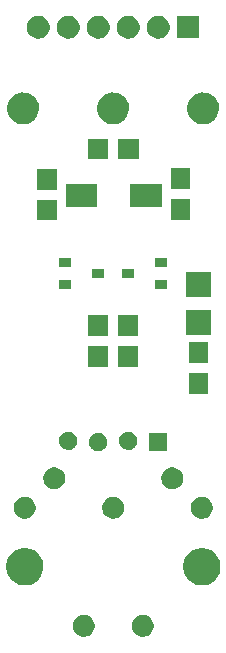
<source format=gbr>
G04 #@! TF.FileFunction,Soldermask,Top*
%FSLAX46Y46*%
G04 Gerber Fmt 4.6, Leading zero omitted, Abs format (unit mm)*
G04 Created by KiCad (PCBNEW 4.0.6) date Wed Jul 26 07:16:30 2017*
%MOMM*%
%LPD*%
G01*
G04 APERTURE LIST*
%ADD10C,0.100000*%
G04 APERTURE END LIST*
D10*
G36*
X123835286Y-122264415D02*
X124013207Y-122300937D01*
X124180658Y-122371327D01*
X124331241Y-122472897D01*
X124459229Y-122601781D01*
X124559743Y-122753069D01*
X124628962Y-122921005D01*
X124664172Y-123098827D01*
X124664172Y-123098842D01*
X124664239Y-123099181D01*
X124661342Y-123306645D01*
X124661266Y-123306979D01*
X124661266Y-123306992D01*
X124621102Y-123483772D01*
X124547226Y-123649702D01*
X124442523Y-123798127D01*
X124310985Y-123923388D01*
X124157623Y-124020716D01*
X123988279Y-124086400D01*
X123809403Y-124117941D01*
X123627804Y-124114136D01*
X123450402Y-124075132D01*
X123283955Y-124002413D01*
X123134807Y-123898753D01*
X123008631Y-123768094D01*
X122910236Y-123615413D01*
X122843368Y-123446527D01*
X122810581Y-123267880D01*
X122813116Y-123086259D01*
X122850882Y-122908588D01*
X122922435Y-122741640D01*
X123025055Y-122591768D01*
X123154829Y-122464684D01*
X123306819Y-122365225D01*
X123475231Y-122297182D01*
X123653648Y-122263147D01*
X123835286Y-122264415D01*
X123835286Y-122264415D01*
G37*
G36*
X128835286Y-122264415D02*
X129013207Y-122300937D01*
X129180658Y-122371327D01*
X129331241Y-122472897D01*
X129459229Y-122601781D01*
X129559743Y-122753069D01*
X129628962Y-122921005D01*
X129664172Y-123098827D01*
X129664172Y-123098842D01*
X129664239Y-123099181D01*
X129661342Y-123306645D01*
X129661266Y-123306979D01*
X129661266Y-123306992D01*
X129621102Y-123483772D01*
X129547226Y-123649702D01*
X129442523Y-123798127D01*
X129310985Y-123923388D01*
X129157623Y-124020716D01*
X128988279Y-124086400D01*
X128809403Y-124117941D01*
X128627804Y-124114136D01*
X128450402Y-124075132D01*
X128283955Y-124002413D01*
X128134807Y-123898753D01*
X128008631Y-123768094D01*
X127910236Y-123615413D01*
X127843368Y-123446527D01*
X127810581Y-123267880D01*
X127813116Y-123086259D01*
X127850882Y-122908588D01*
X127922435Y-122741640D01*
X128025055Y-122591768D01*
X128154829Y-122464684D01*
X128306819Y-122365225D01*
X128475231Y-122297182D01*
X128653648Y-122263147D01*
X128835286Y-122264415D01*
X128835286Y-122264415D01*
G37*
G36*
X118903559Y-116614848D02*
X119206347Y-116677002D01*
X119491310Y-116796789D01*
X119747572Y-116969640D01*
X119965380Y-117188974D01*
X120136436Y-117446436D01*
X120254229Y-117732221D01*
X120314199Y-118035096D01*
X120314268Y-118035446D01*
X120309338Y-118388506D01*
X120309261Y-118388844D01*
X120309261Y-118388853D01*
X120240856Y-118689937D01*
X120115132Y-118972318D01*
X119936950Y-119224906D01*
X119713102Y-119438074D01*
X119452113Y-119603703D01*
X119163920Y-119715485D01*
X118859512Y-119769161D01*
X118550469Y-119762687D01*
X118248569Y-119696310D01*
X117965312Y-119572558D01*
X117711494Y-119396150D01*
X117496764Y-119173790D01*
X117329318Y-118913965D01*
X117215525Y-118626558D01*
X117159727Y-118322534D01*
X117164042Y-118013454D01*
X117228310Y-117711097D01*
X117350080Y-117426985D01*
X117524717Y-117171935D01*
X117745566Y-116955663D01*
X118004219Y-116786406D01*
X118290821Y-116670610D01*
X118594451Y-116612690D01*
X118903559Y-116614848D01*
X118903559Y-116614848D01*
G37*
G36*
X133903559Y-116614848D02*
X134206347Y-116677002D01*
X134491310Y-116796789D01*
X134747572Y-116969640D01*
X134965380Y-117188974D01*
X135136436Y-117446436D01*
X135254229Y-117732221D01*
X135314199Y-118035096D01*
X135314268Y-118035446D01*
X135309338Y-118388506D01*
X135309261Y-118388844D01*
X135309261Y-118388853D01*
X135240856Y-118689937D01*
X135115132Y-118972318D01*
X134936950Y-119224906D01*
X134713102Y-119438074D01*
X134452113Y-119603703D01*
X134163920Y-119715485D01*
X133859512Y-119769161D01*
X133550469Y-119762687D01*
X133248569Y-119696310D01*
X132965312Y-119572558D01*
X132711494Y-119396150D01*
X132496764Y-119173790D01*
X132329318Y-118913965D01*
X132215525Y-118626558D01*
X132159727Y-118322534D01*
X132164042Y-118013454D01*
X132228310Y-117711097D01*
X132350080Y-117426985D01*
X132524717Y-117171935D01*
X132745566Y-116955663D01*
X133004219Y-116786406D01*
X133290821Y-116670610D01*
X133594451Y-116612690D01*
X133903559Y-116614848D01*
X133903559Y-116614848D01*
G37*
G36*
X118835286Y-112264415D02*
X119013207Y-112300937D01*
X119180658Y-112371327D01*
X119331241Y-112472897D01*
X119459229Y-112601781D01*
X119559743Y-112753069D01*
X119628962Y-112921005D01*
X119664172Y-113098827D01*
X119664172Y-113098842D01*
X119664239Y-113099181D01*
X119661342Y-113306645D01*
X119661266Y-113306979D01*
X119661266Y-113306992D01*
X119621102Y-113483772D01*
X119547226Y-113649702D01*
X119442523Y-113798127D01*
X119310985Y-113923388D01*
X119157623Y-114020716D01*
X118988279Y-114086400D01*
X118809403Y-114117941D01*
X118627804Y-114114136D01*
X118450402Y-114075132D01*
X118283955Y-114002413D01*
X118134807Y-113898753D01*
X118008631Y-113768094D01*
X117910236Y-113615413D01*
X117843368Y-113446527D01*
X117810581Y-113267880D01*
X117813116Y-113086259D01*
X117850882Y-112908588D01*
X117922435Y-112741640D01*
X118025055Y-112591768D01*
X118154829Y-112464684D01*
X118306819Y-112365225D01*
X118475231Y-112297182D01*
X118653648Y-112263147D01*
X118835286Y-112264415D01*
X118835286Y-112264415D01*
G37*
G36*
X126335286Y-112264415D02*
X126513207Y-112300937D01*
X126680658Y-112371327D01*
X126831241Y-112472897D01*
X126959229Y-112601781D01*
X127059743Y-112753069D01*
X127128962Y-112921005D01*
X127164172Y-113098827D01*
X127164172Y-113098842D01*
X127164239Y-113099181D01*
X127161342Y-113306645D01*
X127161266Y-113306979D01*
X127161266Y-113306992D01*
X127121102Y-113483772D01*
X127047226Y-113649702D01*
X126942523Y-113798127D01*
X126810985Y-113923388D01*
X126657623Y-114020716D01*
X126488279Y-114086400D01*
X126309403Y-114117941D01*
X126127804Y-114114136D01*
X125950402Y-114075132D01*
X125783955Y-114002413D01*
X125634807Y-113898753D01*
X125508631Y-113768094D01*
X125410236Y-113615413D01*
X125343368Y-113446527D01*
X125310581Y-113267880D01*
X125313116Y-113086259D01*
X125350882Y-112908588D01*
X125422435Y-112741640D01*
X125525055Y-112591768D01*
X125654829Y-112464684D01*
X125806819Y-112365225D01*
X125975231Y-112297182D01*
X126153648Y-112263147D01*
X126335286Y-112264415D01*
X126335286Y-112264415D01*
G37*
G36*
X133835286Y-112264415D02*
X134013207Y-112300937D01*
X134180658Y-112371327D01*
X134331241Y-112472897D01*
X134459229Y-112601781D01*
X134559743Y-112753069D01*
X134628962Y-112921005D01*
X134664172Y-113098827D01*
X134664172Y-113098842D01*
X134664239Y-113099181D01*
X134661342Y-113306645D01*
X134661266Y-113306979D01*
X134661266Y-113306992D01*
X134621102Y-113483772D01*
X134547226Y-113649702D01*
X134442523Y-113798127D01*
X134310985Y-113923388D01*
X134157623Y-114020716D01*
X133988279Y-114086400D01*
X133809403Y-114117941D01*
X133627804Y-114114136D01*
X133450402Y-114075132D01*
X133283955Y-114002413D01*
X133134807Y-113898753D01*
X133008631Y-113768094D01*
X132910236Y-113615413D01*
X132843368Y-113446527D01*
X132810581Y-113267880D01*
X132813116Y-113086259D01*
X132850882Y-112908588D01*
X132922435Y-112741640D01*
X133025055Y-112591768D01*
X133154829Y-112464684D01*
X133306819Y-112365225D01*
X133475231Y-112297182D01*
X133653648Y-112263147D01*
X133835286Y-112264415D01*
X133835286Y-112264415D01*
G37*
G36*
X131335286Y-109764415D02*
X131513207Y-109800937D01*
X131680658Y-109871327D01*
X131831241Y-109972897D01*
X131959229Y-110101781D01*
X132059743Y-110253069D01*
X132128962Y-110421005D01*
X132164172Y-110598827D01*
X132164172Y-110598842D01*
X132164239Y-110599181D01*
X132161342Y-110806645D01*
X132161266Y-110806979D01*
X132161266Y-110806992D01*
X132121102Y-110983772D01*
X132047226Y-111149702D01*
X131942523Y-111298127D01*
X131810985Y-111423388D01*
X131657623Y-111520716D01*
X131488279Y-111586400D01*
X131309403Y-111617941D01*
X131127804Y-111614136D01*
X130950402Y-111575132D01*
X130783955Y-111502413D01*
X130634807Y-111398753D01*
X130508631Y-111268094D01*
X130410236Y-111115413D01*
X130343368Y-110946527D01*
X130310581Y-110767880D01*
X130313116Y-110586259D01*
X130350882Y-110408588D01*
X130422435Y-110241640D01*
X130525055Y-110091768D01*
X130654829Y-109964684D01*
X130806819Y-109865225D01*
X130975231Y-109797182D01*
X131153648Y-109763147D01*
X131335286Y-109764415D01*
X131335286Y-109764415D01*
G37*
G36*
X121335286Y-109764415D02*
X121513207Y-109800937D01*
X121680658Y-109871327D01*
X121831241Y-109972897D01*
X121959229Y-110101781D01*
X122059743Y-110253069D01*
X122128962Y-110421005D01*
X122164172Y-110598827D01*
X122164172Y-110598842D01*
X122164239Y-110599181D01*
X122161342Y-110806645D01*
X122161266Y-110806979D01*
X122161266Y-110806992D01*
X122121102Y-110983772D01*
X122047226Y-111149702D01*
X121942523Y-111298127D01*
X121810985Y-111423388D01*
X121657623Y-111520716D01*
X121488279Y-111586400D01*
X121309403Y-111617941D01*
X121127804Y-111614136D01*
X120950402Y-111575132D01*
X120783955Y-111502413D01*
X120634807Y-111398753D01*
X120508631Y-111268094D01*
X120410236Y-111115413D01*
X120343368Y-110946527D01*
X120310581Y-110767880D01*
X120313116Y-110586259D01*
X120350882Y-110408588D01*
X120422435Y-110241640D01*
X120525055Y-110091768D01*
X120654829Y-109964684D01*
X120806819Y-109865225D01*
X120975231Y-109797182D01*
X121153648Y-109763147D01*
X121335286Y-109764415D01*
X121335286Y-109764415D01*
G37*
G36*
X125049374Y-106855774D02*
X125198190Y-106886322D01*
X125338252Y-106945199D01*
X125464201Y-107030153D01*
X125571259Y-107137959D01*
X125655330Y-107264498D01*
X125713225Y-107404961D01*
X125742665Y-107553648D01*
X125742665Y-107553653D01*
X125742733Y-107553997D01*
X125740310Y-107727525D01*
X125740233Y-107727863D01*
X125740233Y-107727872D01*
X125706652Y-107875680D01*
X125644860Y-108014468D01*
X125557283Y-108138614D01*
X125447261Y-108243387D01*
X125318985Y-108324794D01*
X125177338Y-108379735D01*
X125027724Y-108406116D01*
X124875828Y-108402934D01*
X124727445Y-108370311D01*
X124588223Y-108309486D01*
X124463475Y-108222783D01*
X124357933Y-108113491D01*
X124275634Y-107985788D01*
X124219704Y-107844526D01*
X124192280Y-107695101D01*
X124194400Y-107543188D01*
X124225989Y-107394579D01*
X124285838Y-107254939D01*
X124371673Y-107129582D01*
X124480219Y-107023285D01*
X124607348Y-106940094D01*
X124748212Y-106883181D01*
X124897445Y-106854714D01*
X125049374Y-106855774D01*
X125049374Y-106855774D01*
G37*
G36*
X130822700Y-108404660D02*
X129273300Y-108404660D01*
X129273300Y-106855260D01*
X130822700Y-106855260D01*
X130822700Y-108404660D01*
X130822700Y-108404660D01*
G37*
G36*
X122509374Y-106733854D02*
X122658190Y-106764402D01*
X122798252Y-106823279D01*
X122924201Y-106908233D01*
X123031259Y-107016039D01*
X123115330Y-107142578D01*
X123173225Y-107283041D01*
X123202665Y-107431728D01*
X123202665Y-107431733D01*
X123202733Y-107432077D01*
X123200310Y-107605605D01*
X123200233Y-107605943D01*
X123200233Y-107605952D01*
X123166652Y-107753760D01*
X123104860Y-107892548D01*
X123017283Y-108016694D01*
X122907261Y-108121467D01*
X122778985Y-108202874D01*
X122637338Y-108257815D01*
X122487724Y-108284196D01*
X122335828Y-108281014D01*
X122187445Y-108248391D01*
X122048223Y-108187566D01*
X121923475Y-108100863D01*
X121817933Y-107991571D01*
X121735634Y-107863868D01*
X121679704Y-107722606D01*
X121652280Y-107573181D01*
X121654400Y-107421268D01*
X121685989Y-107272659D01*
X121745838Y-107133019D01*
X121831673Y-107007662D01*
X121940219Y-106901365D01*
X122067348Y-106818174D01*
X122208212Y-106761261D01*
X122357445Y-106732794D01*
X122509374Y-106733854D01*
X122509374Y-106733854D01*
G37*
G36*
X127589374Y-106733854D02*
X127738190Y-106764402D01*
X127878252Y-106823279D01*
X128004201Y-106908233D01*
X128111259Y-107016039D01*
X128195330Y-107142578D01*
X128253225Y-107283041D01*
X128282665Y-107431728D01*
X128282665Y-107431733D01*
X128282733Y-107432077D01*
X128280310Y-107605605D01*
X128280233Y-107605943D01*
X128280233Y-107605952D01*
X128246652Y-107753760D01*
X128184860Y-107892548D01*
X128097283Y-108016694D01*
X127987261Y-108121467D01*
X127858985Y-108202874D01*
X127717338Y-108257815D01*
X127567724Y-108284196D01*
X127415828Y-108281014D01*
X127267445Y-108248391D01*
X127128223Y-108187566D01*
X127003475Y-108100863D01*
X126897933Y-107991571D01*
X126815634Y-107863868D01*
X126759704Y-107722606D01*
X126732280Y-107573181D01*
X126734400Y-107421268D01*
X126765989Y-107272659D01*
X126825838Y-107133019D01*
X126911673Y-107007662D01*
X127020219Y-106901365D01*
X127147348Y-106818174D01*
X127288212Y-106761261D01*
X127437445Y-106732794D01*
X127589374Y-106733854D01*
X127589374Y-106733854D01*
G37*
G36*
X134303200Y-103522200D02*
X132650800Y-103522200D01*
X132650800Y-101769800D01*
X134303200Y-101769800D01*
X134303200Y-103522200D01*
X134303200Y-103522200D01*
G37*
G36*
X128334200Y-101236200D02*
X126681800Y-101236200D01*
X126681800Y-99483800D01*
X128334200Y-99483800D01*
X128334200Y-101236200D01*
X128334200Y-101236200D01*
G37*
G36*
X125794200Y-101236200D02*
X124141800Y-101236200D01*
X124141800Y-99483800D01*
X125794200Y-99483800D01*
X125794200Y-101236200D01*
X125794200Y-101236200D01*
G37*
G36*
X134303200Y-100922200D02*
X132650800Y-100922200D01*
X132650800Y-99169800D01*
X134303200Y-99169800D01*
X134303200Y-100922200D01*
X134303200Y-100922200D01*
G37*
G36*
X125794200Y-98636200D02*
X124141800Y-98636200D01*
X124141800Y-96883800D01*
X125794200Y-96883800D01*
X125794200Y-98636200D01*
X125794200Y-98636200D01*
G37*
G36*
X128334200Y-98636200D02*
X126681800Y-98636200D01*
X126681800Y-96883800D01*
X128334200Y-96883800D01*
X128334200Y-98636200D01*
X128334200Y-98636200D01*
G37*
G36*
X134553200Y-98561200D02*
X132400800Y-98561200D01*
X132400800Y-96408800D01*
X134553200Y-96408800D01*
X134553200Y-98561200D01*
X134553200Y-98561200D01*
G37*
G36*
X134553200Y-95361200D02*
X132400800Y-95361200D01*
X132400800Y-93208800D01*
X134553200Y-93208800D01*
X134553200Y-95361200D01*
X134553200Y-95361200D01*
G37*
G36*
X122697200Y-94671200D02*
X121644800Y-94671200D01*
X121644800Y-93918800D01*
X122697200Y-93918800D01*
X122697200Y-94671200D01*
X122697200Y-94671200D01*
G37*
G36*
X130831200Y-94671200D02*
X129778800Y-94671200D01*
X129778800Y-93918800D01*
X130831200Y-93918800D01*
X130831200Y-94671200D01*
X130831200Y-94671200D01*
G37*
G36*
X125497200Y-93721200D02*
X124444800Y-93721200D01*
X124444800Y-92968800D01*
X125497200Y-92968800D01*
X125497200Y-93721200D01*
X125497200Y-93721200D01*
G37*
G36*
X128031200Y-93721200D02*
X126978800Y-93721200D01*
X126978800Y-92968800D01*
X128031200Y-92968800D01*
X128031200Y-93721200D01*
X128031200Y-93721200D01*
G37*
G36*
X130831200Y-92771200D02*
X129778800Y-92771200D01*
X129778800Y-92018800D01*
X130831200Y-92018800D01*
X130831200Y-92771200D01*
X130831200Y-92771200D01*
G37*
G36*
X122697200Y-92771200D02*
X121644800Y-92771200D01*
X121644800Y-92018800D01*
X122697200Y-92018800D01*
X122697200Y-92771200D01*
X122697200Y-92771200D01*
G37*
G36*
X121476200Y-88853700D02*
X119823800Y-88853700D01*
X119823800Y-87101300D01*
X121476200Y-87101300D01*
X121476200Y-88853700D01*
X121476200Y-88853700D01*
G37*
G36*
X132779200Y-88790200D02*
X131126800Y-88790200D01*
X131126800Y-87037800D01*
X132779200Y-87037800D01*
X132779200Y-88790200D01*
X132779200Y-88790200D01*
G37*
G36*
X130352700Y-87717200D02*
X127700300Y-87717200D01*
X127700300Y-85764800D01*
X130352700Y-85764800D01*
X130352700Y-87717200D01*
X130352700Y-87717200D01*
G37*
G36*
X124902700Y-87717200D02*
X122250300Y-87717200D01*
X122250300Y-85764800D01*
X124902700Y-85764800D01*
X124902700Y-87717200D01*
X124902700Y-87717200D01*
G37*
G36*
X121476200Y-86253700D02*
X119823800Y-86253700D01*
X119823800Y-84501300D01*
X121476200Y-84501300D01*
X121476200Y-86253700D01*
X121476200Y-86253700D01*
G37*
G36*
X132779200Y-86190200D02*
X131126800Y-86190200D01*
X131126800Y-84437800D01*
X132779200Y-84437800D01*
X132779200Y-86190200D01*
X132779200Y-86190200D01*
G37*
G36*
X125814200Y-83630200D02*
X124061800Y-83630200D01*
X124061800Y-81977800D01*
X125814200Y-81977800D01*
X125814200Y-83630200D01*
X125814200Y-83630200D01*
G37*
G36*
X128414200Y-83630200D02*
X126661800Y-83630200D01*
X126661800Y-81977800D01*
X128414200Y-81977800D01*
X128414200Y-83630200D01*
X128414200Y-83630200D01*
G37*
G36*
X118759401Y-78029695D02*
X119018005Y-78082779D01*
X119261387Y-78185087D01*
X119480255Y-78332716D01*
X119666280Y-78520044D01*
X119812376Y-78739937D01*
X119912980Y-78984020D01*
X119960539Y-79224214D01*
X119964258Y-79242998D01*
X119960047Y-79544540D01*
X119959970Y-79544878D01*
X119959970Y-79544887D01*
X119901558Y-79801986D01*
X119794180Y-80043161D01*
X119641999Y-80258891D01*
X119450814Y-80440954D01*
X119227909Y-80582414D01*
X118981770Y-80677885D01*
X118721781Y-80723729D01*
X118457833Y-80718199D01*
X118199987Y-80661508D01*
X117958063Y-80555814D01*
X117741280Y-80405146D01*
X117557887Y-80215238D01*
X117414874Y-79993324D01*
X117317685Y-79747854D01*
X117270029Y-79488195D01*
X117273714Y-79224215D01*
X117328605Y-78965979D01*
X117432606Y-78723325D01*
X117581760Y-78505491D01*
X117770382Y-78320778D01*
X117991293Y-78176219D01*
X118236074Y-78077320D01*
X118495398Y-78027852D01*
X118759401Y-78029695D01*
X118759401Y-78029695D01*
G37*
G36*
X126379401Y-78029695D02*
X126638005Y-78082779D01*
X126881387Y-78185087D01*
X127100255Y-78332716D01*
X127286280Y-78520044D01*
X127432376Y-78739937D01*
X127532980Y-78984020D01*
X127580539Y-79224214D01*
X127584258Y-79242998D01*
X127580047Y-79544540D01*
X127579970Y-79544878D01*
X127579970Y-79544887D01*
X127521558Y-79801986D01*
X127414180Y-80043161D01*
X127261999Y-80258891D01*
X127070814Y-80440954D01*
X126847909Y-80582414D01*
X126601770Y-80677885D01*
X126341781Y-80723729D01*
X126077833Y-80718199D01*
X125819987Y-80661508D01*
X125578063Y-80555814D01*
X125361280Y-80405146D01*
X125177887Y-80215238D01*
X125034874Y-79993324D01*
X124937685Y-79747854D01*
X124890029Y-79488195D01*
X124893714Y-79224215D01*
X124948605Y-78965979D01*
X125052606Y-78723325D01*
X125201760Y-78505491D01*
X125390382Y-78320778D01*
X125611293Y-78176219D01*
X125856074Y-78077320D01*
X126115398Y-78027852D01*
X126379401Y-78029695D01*
X126379401Y-78029695D01*
G37*
G36*
X133999401Y-78029695D02*
X134258005Y-78082779D01*
X134501387Y-78185087D01*
X134720255Y-78332716D01*
X134906280Y-78520044D01*
X135052376Y-78739937D01*
X135152980Y-78984020D01*
X135200539Y-79224214D01*
X135204258Y-79242998D01*
X135200047Y-79544540D01*
X135199970Y-79544878D01*
X135199970Y-79544887D01*
X135141558Y-79801986D01*
X135034180Y-80043161D01*
X134881999Y-80258891D01*
X134690814Y-80440954D01*
X134467909Y-80582414D01*
X134221770Y-80677885D01*
X133961781Y-80723729D01*
X133697833Y-80718199D01*
X133439987Y-80661508D01*
X133198063Y-80555814D01*
X132981280Y-80405146D01*
X132797887Y-80215238D01*
X132654874Y-79993324D01*
X132557685Y-79747854D01*
X132510029Y-79488195D01*
X132513714Y-79224215D01*
X132568605Y-78965979D01*
X132672606Y-78723325D01*
X132821760Y-78505491D01*
X133010382Y-78320778D01*
X133231293Y-78176219D01*
X133476074Y-78077320D01*
X133735398Y-78027852D01*
X133999401Y-78029695D01*
X133999401Y-78029695D01*
G37*
G36*
X125069383Y-71552441D02*
X125254795Y-71590501D01*
X125429297Y-71663855D01*
X125586221Y-71769702D01*
X125719598Y-71904012D01*
X125824345Y-72061671D01*
X125896477Y-72236674D01*
X125933174Y-72422008D01*
X125933174Y-72422018D01*
X125933241Y-72422357D01*
X125930222Y-72638557D01*
X125930146Y-72638891D01*
X125930146Y-72638904D01*
X125888288Y-72823142D01*
X125811300Y-72996059D01*
X125702188Y-73150735D01*
X125565113Y-73281270D01*
X125405294Y-73382694D01*
X125228816Y-73451145D01*
X125042410Y-73484014D01*
X124853162Y-73480049D01*
X124668293Y-73439404D01*
X124494836Y-73363622D01*
X124339408Y-73255597D01*
X124207919Y-73119436D01*
X124105381Y-72960328D01*
X124035698Y-72784330D01*
X124001529Y-72598158D01*
X124004171Y-72408891D01*
X124043527Y-72223739D01*
X124118093Y-72049761D01*
X124225035Y-71893578D01*
X124360273Y-71761142D01*
X124518663Y-71657496D01*
X124694166Y-71586587D01*
X124880096Y-71551120D01*
X125069383Y-71552441D01*
X125069383Y-71552441D01*
G37*
G36*
X122529383Y-71552441D02*
X122714795Y-71590501D01*
X122889297Y-71663855D01*
X123046221Y-71769702D01*
X123179598Y-71904012D01*
X123284345Y-72061671D01*
X123356477Y-72236674D01*
X123393174Y-72422008D01*
X123393174Y-72422018D01*
X123393241Y-72422357D01*
X123390222Y-72638557D01*
X123390146Y-72638891D01*
X123390146Y-72638904D01*
X123348288Y-72823142D01*
X123271300Y-72996059D01*
X123162188Y-73150735D01*
X123025113Y-73281270D01*
X122865294Y-73382694D01*
X122688816Y-73451145D01*
X122502410Y-73484014D01*
X122313162Y-73480049D01*
X122128293Y-73439404D01*
X121954836Y-73363622D01*
X121799408Y-73255597D01*
X121667919Y-73119436D01*
X121565381Y-72960328D01*
X121495698Y-72784330D01*
X121461529Y-72598158D01*
X121464171Y-72408891D01*
X121503527Y-72223739D01*
X121578093Y-72049761D01*
X121685035Y-71893578D01*
X121820273Y-71761142D01*
X121978663Y-71657496D01*
X122154166Y-71586587D01*
X122340096Y-71551120D01*
X122529383Y-71552441D01*
X122529383Y-71552441D01*
G37*
G36*
X119989383Y-71552441D02*
X120174795Y-71590501D01*
X120349297Y-71663855D01*
X120506221Y-71769702D01*
X120639598Y-71904012D01*
X120744345Y-72061671D01*
X120816477Y-72236674D01*
X120853174Y-72422008D01*
X120853174Y-72422018D01*
X120853241Y-72422357D01*
X120850222Y-72638557D01*
X120850146Y-72638891D01*
X120850146Y-72638904D01*
X120808288Y-72823142D01*
X120731300Y-72996059D01*
X120622188Y-73150735D01*
X120485113Y-73281270D01*
X120325294Y-73382694D01*
X120148816Y-73451145D01*
X119962410Y-73484014D01*
X119773162Y-73480049D01*
X119588293Y-73439404D01*
X119414836Y-73363622D01*
X119259408Y-73255597D01*
X119127919Y-73119436D01*
X119025381Y-72960328D01*
X118955698Y-72784330D01*
X118921529Y-72598158D01*
X118924171Y-72408891D01*
X118963527Y-72223739D01*
X119038093Y-72049761D01*
X119145035Y-71893578D01*
X119280273Y-71761142D01*
X119438663Y-71657496D01*
X119614166Y-71586587D01*
X119800096Y-71551120D01*
X119989383Y-71552441D01*
X119989383Y-71552441D01*
G37*
G36*
X127609383Y-71552441D02*
X127794795Y-71590501D01*
X127969297Y-71663855D01*
X128126221Y-71769702D01*
X128259598Y-71904012D01*
X128364345Y-72061671D01*
X128436477Y-72236674D01*
X128473174Y-72422008D01*
X128473174Y-72422018D01*
X128473241Y-72422357D01*
X128470222Y-72638557D01*
X128470146Y-72638891D01*
X128470146Y-72638904D01*
X128428288Y-72823142D01*
X128351300Y-72996059D01*
X128242188Y-73150735D01*
X128105113Y-73281270D01*
X127945294Y-73382694D01*
X127768816Y-73451145D01*
X127582410Y-73484014D01*
X127393162Y-73480049D01*
X127208293Y-73439404D01*
X127034836Y-73363622D01*
X126879408Y-73255597D01*
X126747919Y-73119436D01*
X126645381Y-72960328D01*
X126575698Y-72784330D01*
X126541529Y-72598158D01*
X126544171Y-72408891D01*
X126583527Y-72223739D01*
X126658093Y-72049761D01*
X126765035Y-71893578D01*
X126900273Y-71761142D01*
X127058663Y-71657496D01*
X127234166Y-71586587D01*
X127420096Y-71551120D01*
X127609383Y-71552441D01*
X127609383Y-71552441D01*
G37*
G36*
X130149383Y-71552441D02*
X130334795Y-71590501D01*
X130509297Y-71663855D01*
X130666221Y-71769702D01*
X130799598Y-71904012D01*
X130904345Y-72061671D01*
X130976477Y-72236674D01*
X131013174Y-72422008D01*
X131013174Y-72422018D01*
X131013241Y-72422357D01*
X131010222Y-72638557D01*
X131010146Y-72638891D01*
X131010146Y-72638904D01*
X130968288Y-72823142D01*
X130891300Y-72996059D01*
X130782188Y-73150735D01*
X130645113Y-73281270D01*
X130485294Y-73382694D01*
X130308816Y-73451145D01*
X130122410Y-73484014D01*
X129933162Y-73480049D01*
X129748293Y-73439404D01*
X129574836Y-73363622D01*
X129419408Y-73255597D01*
X129287919Y-73119436D01*
X129185381Y-72960328D01*
X129115698Y-72784330D01*
X129081529Y-72598158D01*
X129084171Y-72408891D01*
X129123527Y-72223739D01*
X129198093Y-72049761D01*
X129305035Y-71893578D01*
X129440273Y-71761142D01*
X129598663Y-71657496D01*
X129774166Y-71586587D01*
X129960096Y-71551120D01*
X130149383Y-71552441D01*
X130149383Y-71552441D01*
G37*
G36*
X133515100Y-73444100D02*
X131660900Y-73444100D01*
X131660900Y-71589900D01*
X133515100Y-71589900D01*
X133515100Y-73444100D01*
X133515100Y-73444100D01*
G37*
M02*

</source>
